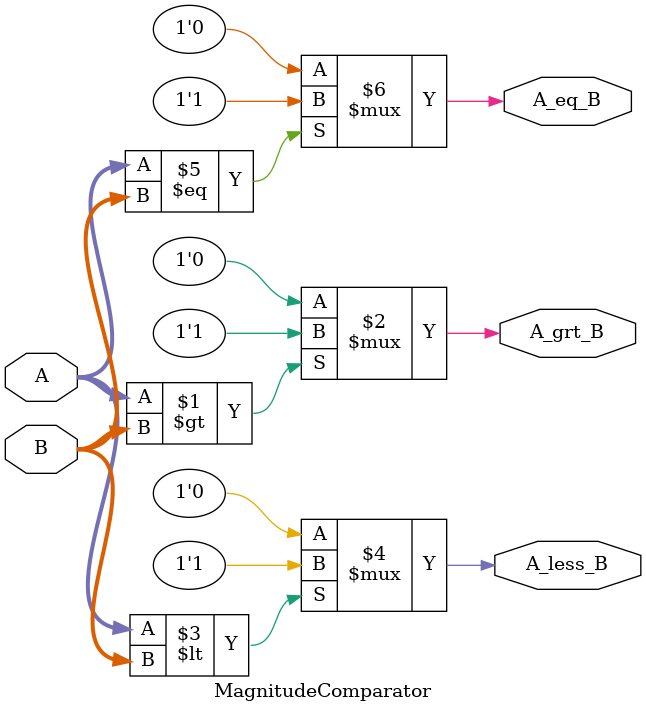
<source format=v>
module MagnitudeComparator(A , B , A_grt_B , A_less_B , A_eq_B);
  input [3:0] A, B;
  output A_grt_B, A_less_B, A_eq_B;

  assign A_grt_B = (A > B) ? 1'b1 : 1'b0;
  assign A_less_B = (A < B) ? 1'b1 : 1'b0;
  assign A_eq_B = (A == B) ? 1'b1 : 1'b0;

endmodule

</source>
